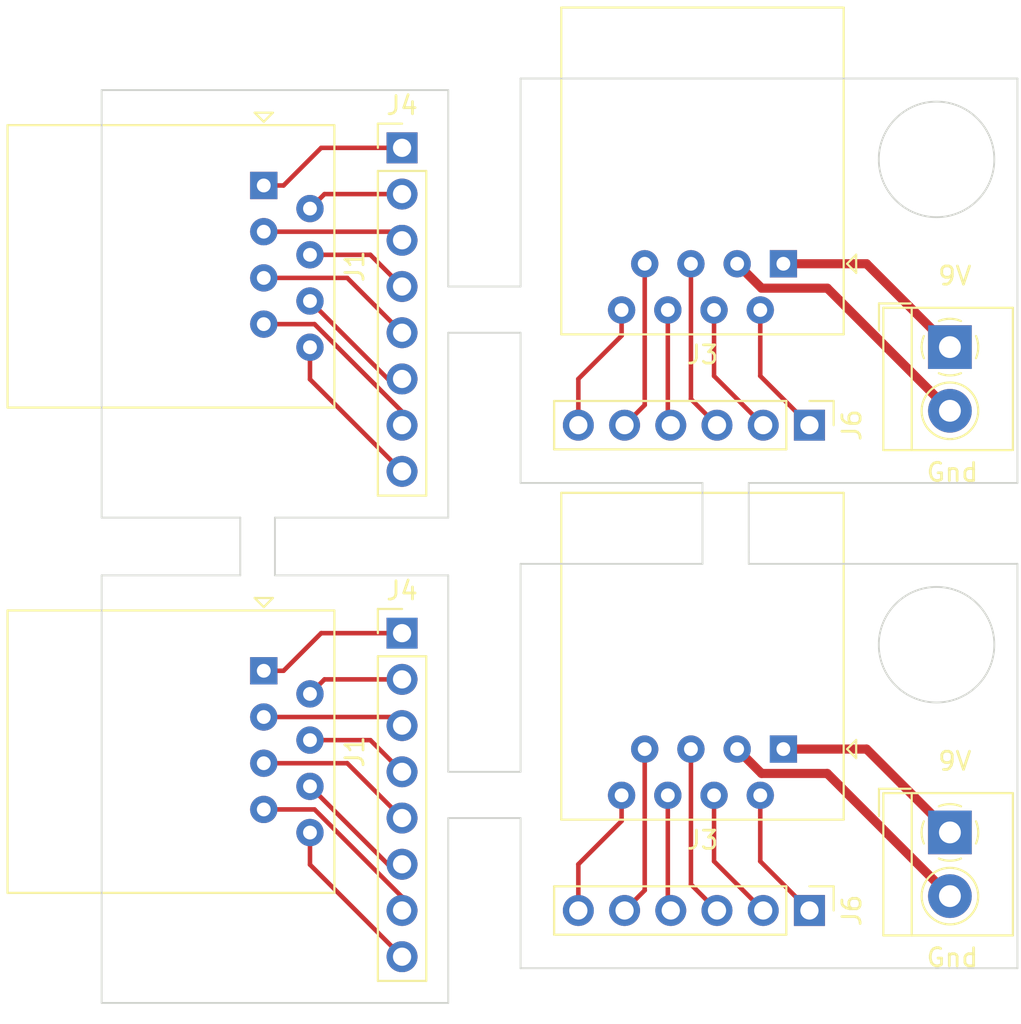
<source format=kicad_pcb>
(kicad_pcb (version 20221018) (generator pcbnew)
  (layers (0 "F.Cu" signal) (31 "B.Cu" signal) (34 "B.Paste" user) (35 "F.Paste" user) (36 "B.SilkS" user "B.Silkscreen") (37 "F.SilkS" user "F.Silkscreen") (38 "B.Mask" user) (39 "F.Mask" user) (44 "Edge.Cuts" user))
  (net 0 "")
  (net 1 "Net-(J4-Pin_1)")
  (net 2 "Net-(J4-Pin_2)")
  (net 3 "Net-(J4-Pin_3)")
  (net 4 "Net-(J4-Pin_4)")
  (net 5 "Net-(J4-Pin_5)")
  (net 6 "Net-(J4-Pin_6)")
  (net 7 "Net-(J4-Pin_7)")
  (net 8 "Net-(J4-Pin_8)")
  (net 9 "Net-(J7-Pin_1)")
  (net 10 "Net-(J6-Pin_1)")
  (net 11 "Net-(J7-Pin_2)")
  (net 12 "Net-(J6-Pin_2)")
  (net 13 "Net-(J6-Pin_3)")
  (net 14 "Net-(J6-Pin_4)")
  (net 15 "Net-(J6-Pin_5)")
  (net 16 "Net-(J6-Pin_6)")
  (footprint "TerminalBlock_4Ucon:TerminalBlock_4Ucon_1x02_P3.50mm_Horizontal" (layer "F.Cu") (at 203.4625 89.69 -90)
    (fp_text reference "J7" hide)
    (fp_text value "Screw_Terminal_01x02")
    (fp_line (start -2.4 2.16) (end -2.4 3.9) (stroke (width 0.12)) (layer "F.SilkS"))
    (fp_line (start -2.4 3.9) (end -0.9 3.9) (stroke (width 0.12)) (layer "F.SilkS"))
    (fp_line (start -2.16 -3.46) (end -2.16 3.66) (stroke (width 0.12)) (layer "F.SilkS"))
    (fp_line (start -2.16 -3.46) (end 5.66 -3.46) (stroke (width 0.12)) (layer "F.SilkS"))
    (fp_line (start -2.16 2.1) (end 5.66 2.1) (stroke (width 0.12)) (layer "F.SilkS"))
    (fp_line (start -2.16 3.66) (end 5.66 3.66) (stroke (width 0.12)) (layer "F.SilkS"))
    (fp_line (start 5.66 -3.46) (end 5.66 3.66) (stroke (width 0.12)) (layer "F.SilkS"))
    (fp_arc (start -1.432109 0.607742) (mid -1.555727 -0.00014) (end -1.432 -0.608) (stroke (width 0.12)) (layer "F.SilkS"))
    (fp_arc (start -0.607742 -1.432109) (mid 0.00014 -1.555727) (end 0.608 -1.432) (stroke (width 0.12)) (layer "F.SilkS"))
    (fp_arc (start 0.027011 1.555493) (mid -0.296984 1.527118) (end -0.608 1.432) (stroke (width 0.12)) (layer "F.SilkS"))
    (fp_arc (start 0.607587 1.431385) (mid 0.310017 1.523783) (end 0 1.555) (stroke (width 0.12)) (layer "F.SilkS"))
    (fp_arc (start 1.432109 -0.607742) (mid 1.555727 0.00014) (end 1.432 0.608) (stroke (width 0.12)) (layer "F.SilkS"))
    (fp_circle (center 3.5 0) (end 5.055 0) (stroke (width 0.12)) (fill none) (layer "F.SilkS"))
    (pad "1" thru_hole rect (at 0 0 270) (size 2.4 2.4) (drill 1.2) (layers "*.Cu" "*.Mask") (net 9 "Net-(J7-Pin_1)"))
    (pad "2" thru_hole circle (at 3.5 0 270) (size 2.4 2.4) (drill 1.2) (layers "*.Cu" "*.Mask") (net 11 "Net-(J7-Pin_2)"))
  )
  (footprint "Connector_PinHeader_2.54mm:PinHeader_1x08_P2.54mm_Vertical" (layer "F.Cu") (at 173.355 52.07)
    (fp_text reference "J4" (at 0 -2.33) (layer "F.SilkS"))
    (fp_text value "Conn_01x08_Pin" hide)
    (fp_line (start -1.33 -1.33) (end 0 -1.33) (stroke (width 0.12)) (layer "F.SilkS"))
    (fp_line (start -1.33 0) (end -1.33 -1.33) (stroke (width 0.12)) (layer "F.SilkS"))
    (fp_line (start -1.33 1.27) (end -1.33 19.11) (stroke (width 0.12)) (layer "F.SilkS"))
    (fp_line (start -1.33 1.27) (end 1.33 1.27) (stroke (width 0.12)) (layer "F.SilkS"))
    (fp_line (start -1.33 19.11) (end 1.33 19.11) (stroke (width 0.12)) (layer "F.SilkS"))
    (fp_line (start 1.33 1.27) (end 1.33 19.11) (stroke (width 0.12)) (layer "F.SilkS"))
    (pad "1" thru_hole rect (at 0 0) (size 1.7 1.7) (drill 1) (layers "*.Cu" "*.Mask") (net 1 "Net-(J4-Pin_1)"))
    (pad "2" thru_hole oval (at 0 2.54) (size 1.7 1.7) (drill 1) (layers "*.Cu" "*.Mask") (net 2 "Net-(J4-Pin_2)"))
    (pad "3" thru_hole oval (at 0 5.08) (size 1.7 1.7) (drill 1) (layers "*.Cu" "*.Mask") (net 3 "Net-(J4-Pin_3)"))
    (pad "4" thru_hole oval (at 0 7.62) (size 1.7 1.7) (drill 1) (layers "*.Cu" "*.Mask") (net 4 "Net-(J4-Pin_4)"))
    (pad "5" thru_hole oval (at 0 10.16) (size 1.7 1.7) (drill 1) (layers "*.Cu" "*.Mask") (net 5 "Net-(J4-Pin_5)"))
    (pad "6" thru_hole oval (at 0 12.7) (size 1.7 1.7) (drill 1) (layers "*.Cu" "*.Mask") (net 6 "Net-(J4-Pin_6)"))
    (pad "7" thru_hole oval (at 0 15.24) (size 1.7 1.7) (drill 1) (layers "*.Cu" "*.Mask") (net 7 "Net-(J4-Pin_7)"))
    (pad "8" thru_hole oval (at 0 17.78) (size 1.7 1.7) (drill 1) (layers "*.Cu" "*.Mask") (net 8 "Net-(J4-Pin_8)"))
  )
  (footprint "Connector_PinHeader_2.54mm:PinHeader_1x06_P2.54mm_Vertical" (layer "F.Cu") (at 195.7425 93.98 -90)
    (fp_text reference "J6" (at 0 -2.33 90) (layer "F.SilkS"))
    (fp_text value "Conn_01x06_Pin")
    (fp_line (start -1.33 -1.33) (end 0 -1.33) (stroke (width 0.12)) (layer "F.SilkS"))
    (fp_line (start -1.33 0) (end -1.33 -1.33) (stroke (width 0.12)) (layer "F.SilkS"))
    (fp_line (start -1.33 1.27) (end -1.33 14.03) (stroke (width 0.12)) (layer "F.SilkS"))
    (fp_line (start -1.33 1.27) (end 1.33 1.27) (stroke (width 0.12)) (layer "F.SilkS"))
    (fp_line (start -1.33 14.03) (end 1.33 14.03) (stroke (width 0.12)) (layer "F.SilkS"))
    (fp_line (start 1.33 1.27) (end 1.33 14.03) (stroke (width 0.12)) (layer "F.SilkS"))
    (pad "1" thru_hole rect (at 0 0 270) (size 1.7 1.7) (drill 1) (layers "*.Cu" "*.Mask") (net 10 "Net-(J6-Pin_1)"))
    (pad "2" thru_hole oval (at 0 2.54 270) (size 1.7 1.7) (drill 1) (layers "*.Cu" "*.Mask") (net 12 "Net-(J6-Pin_2)"))
    (pad "3" thru_hole oval (at 0 5.08 270) (size 1.7 1.7) (drill 1) (layers "*.Cu" "*.Mask") (net 13 "Net-(J6-Pin_3)"))
    (pad "4" thru_hole oval (at 0 7.62 270) (size 1.7 1.7) (drill 1) (layers "*.Cu" "*.Mask") (net 14 "Net-(J6-Pin_4)"))
    (pad "5" thru_hole oval (at 0 10.16 270) (size 1.7 1.7) (drill 1) (layers "*.Cu" "*.Mask") (net 15 "Net-(J6-Pin_5)"))
    (pad "6" thru_hole oval (at 0 12.7 270) (size 1.7 1.7) (drill 1) (layers "*.Cu" "*.Mask") (net 16 "Net-(J6-Pin_6)"))
  )
  (footprint "Connector_RJ:RJ45_Amphenol_54602-x08_Horizontal" (layer "F.Cu") (at 194.31 58.44 180)
    (fp_text reference "J3" (at 4.445 -5) (layer "F.SilkS"))
    (fp_text value "8P8C")
    (fp_line (start -4 -0.5) (end -4 0.5) (stroke (width 0.12)) (layer "F.SilkS"))
    (fp_line (start -4 0.5) (end -3.5 0) (stroke (width 0.12)) (layer "F.SilkS"))
    (fp_line (start -3.5 0) (end -4 -0.5) (stroke (width 0.12)) (layer "F.SilkS"))
    (fp_line (start -3.315 -3.88) (end -3.315 14.08) (stroke (width 0.12)) (layer "F.SilkS"))
    (fp_line (start -3.315 14.08) (end 12.205 14.08) (stroke (width 0.12)) (layer "F.SilkS"))
    (fp_line (start 12.205 -3.88) (end -3.315 -3.88) (stroke (width 0.12)) (layer "F.SilkS"))
    (fp_line (start 12.205 -3.88) (end 12.205 14.08) (stroke (width 0.12)) (layer "F.SilkS"))
    (pad "" np_thru_hole circle (at -1.27 6.35 180) (size 3.2 3.2) (drill 3.2) (layers "*.Cu" "*.Mask"))
    (pad "" np_thru_hole circle (at 10.16 6.35 180) (size 3.2 3.2) (drill 3.2) (layers "*.Cu" "*.Mask"))
    (pad "1" thru_hole rect (at 0 0 180) (size 1.5 1.5) (drill 0.76) (layers "*.Cu" "*.Mask") (net 9 "Net-(J7-Pin_1)"))
    (pad "2" thru_hole circle (at 1.27 -2.54 180) (size 1.5 1.5) (drill 0.76) (layers "*.Cu" "*.Mask") (net 10 "Net-(J6-Pin_1)"))
    (pad "3" thru_hole circle (at 2.54 0 180) (size 1.5 1.5) (drill 0.76) (layers "*.Cu" "*.Mask") (net 11 "Net-(J7-Pin_2)"))
    (pad "4" thru_hole circle (at 3.81 -2.54 180) (size 1.5 1.5) (drill 0.76) (layers "*.Cu" "*.Mask") (net 12 "Net-(J6-Pin_2)"))
    (pad "5" thru_hole circle (at 5.08 0 180) (size 1.5 1.5) (drill 0.76) (layers "*.Cu" "*.Mask") (net 13 "Net-(J6-Pin_3)"))
    (pad "6" thru_hole circle (at 6.35 -2.54 180) (size 1.5 1.5) (drill 0.76) (layers "*.Cu" "*.Mask") (net 14 "Net-(J6-Pin_4)"))
    (pad "7" thru_hole circle (at 7.62 0 180) (size 1.5 1.5) (drill 0.76) (layers "*.Cu" "*.Mask") (net 15 "Net-(J6-Pin_5)"))
    (pad "8" thru_hole circle (at 8.89 -2.54 180) (size 1.5 1.5) (drill 0.76) (layers "*.Cu" "*.Mask") (net 16 "Net-(J6-Pin_6)"))
  )
  (footprint "Connector_RJ:RJ45_Amphenol_54602-x08_Horizontal" (layer "F.Cu") (at 165.755 80.8075 -90)
    (fp_text reference "J1" (at 4.445 -5 90) (layer "F.SilkS"))
    (fp_text value "8P8C")
    (fp_line (start -4 -0.5) (end -4 0.5) (stroke (width 0.12)) (layer "F.SilkS"))
    (fp_line (start -4 0.5) (end -3.5 0) (stroke (width 0.12)) (layer "F.SilkS"))
    (fp_line (start -3.5 0) (end -4 -0.5) (stroke (width 0.12)) (layer "F.SilkS"))
    (fp_line (start -3.315 -3.88) (end -3.315 14.08) (stroke (width 0.12)) (layer "F.SilkS"))
    (fp_line (start -3.315 14.08) (end 12.205 14.08) (stroke (width 0.12)) (layer "F.SilkS"))
    (fp_line (start 12.205 -3.88) (end -3.315 -3.88) (stroke (width 0.12)) (layer "F.SilkS"))
    (fp_line (start 12.205 -3.88) (end 12.205 14.08) (stroke (width 0.12)) (layer "F.SilkS"))
    (pad "" np_thru_hole circle (at -1.27 6.35 270) (size 3.2 3.2) (drill 3.2) (layers "F&B.Cu" "*.Mask"))
    (pad "" np_thru_hole circle (at 10.16 6.35 270) (size 3.2 3.2) (drill 3.2) (layers "F&B.Cu" "*.Mask"))
    (pad "1" thru_hole rect (at 0 0 270) (size 1.5 1.5) (drill 0.76) (layers "*.Cu" "*.Mask") (net 1 "Net-(J4-Pin_1)"))
    (pad "2" thru_hole circle (at 1.27 -2.54 270) (size 1.5 1.5) (drill 0.76) (layers "*.Cu" "*.Mask") (net 2 "Net-(J4-Pin_2)"))
    (pad "3" thru_hole circle (at 2.54 0 270) (size 1.5 1.5) (drill 0.76) (layers "*.Cu" "*.Mask") (net 3 "Net-(J4-Pin_3)"))
    (pad "4" thru_hole circle (at 3.81 -2.54 270) (size 1.5 1.5) (drill 0.76) (layers "*.Cu" "*.Mask") (net 4 "Net-(J4-Pin_4)"))
    (pad "5" thru_hole circle (at 5.08 0 270) (size 1.5 1.5) (drill 0.76) (layers "*.Cu" "*.Mask") (net 5 "Net-(J4-Pin_5)"))
    (pad "6" thru_hole circle (at 6.35 -2.54 270) (size 1.5 1.5) (drill 0.76) (layers "*.Cu" "*.Mask") (net 6 "Net-(J4-Pin_6)"))
    (pad "7" thru_hole circle (at 7.62 0 270) (size 1.5 1.5) (drill 0.76) (layers "*.Cu" "*.Mask") (net 7 "Net-(J4-Pin_7)"))
    (pad "8" thru_hole circle (at 8.89 -2.54 270) (size 1.5 1.5) (drill 0.76) (layers "*.Cu" "*.Mask") (net 8 "Net-(J4-Pin_8)"))
  )
  (footprint "Connector_PinHeader_2.54mm:PinHeader_1x06_P2.54mm_Vertical" (layer "F.Cu") (at 195.7425 67.31 -90)
    (fp_text reference "J6" (at 0 -2.33 90) (layer "F.SilkS"))
    (fp_text value "Conn_01x06_Pin")
    (fp_line (start -1.33 -1.33) (end 0 -1.33) (stroke (width 0.12)) (layer "F.SilkS"))
    (fp_line (start -1.33 0) (end -1.33 -1.33) (stroke (width 0.12)) (layer "F.SilkS"))
    (fp_line (start -1.33 1.27) (end -1.33 14.03) (stroke (width 0.12)) (layer "F.SilkS"))
    (fp_line (start -1.33 1.27) (end 1.33 1.27) (stroke (width 0.12)) (layer "F.SilkS"))
    (fp_line (start -1.33 14.03) (end 1.33 14.03) (stroke (width 0.12)) (layer "F.SilkS"))
    (fp_line (start 1.33 1.27) (end 1.33 14.03) (stroke (width 0.12)) (layer "F.SilkS"))
    (pad "1" thru_hole rect (at 0 0 270) (size 1.7 1.7) (drill 1) (layers "*.Cu" "*.Mask") (net 10 "Net-(J6-Pin_1)"))
    (pad "2" thru_hole oval (at 0 2.54 270) (size 1.7 1.7) (drill 1) (layers "*.Cu" "*.Mask") (net 12 "Net-(J6-Pin_2)"))
    (pad "3" thru_hole oval (at 0 5.08 270) (size 1.7 1.7) (drill 1) (layers "*.Cu" "*.Mask") (net 13 "Net-(J6-Pin_3)"))
    (pad "4" thru_hole oval (at 0 7.62 270) (size 1.7 1.7) (drill 1) (layers "*.Cu" "*.Mask") (net 14 "Net-(J6-Pin_4)"))
    (pad "5" thru_hole oval (at 0 10.16 270) (size 1.7 1.7) (drill 1) (layers "*.Cu" "*.Mask") (net 15 "Net-(J6-Pin_5)"))
    (pad "6" thru_hole oval (at 0 12.7 270) (size 1.7 1.7) (drill 1) (layers "*.Cu" "*.Mask") (net 16 "Net-(J6-Pin_6)"))
  )
  (footprint "Connector_RJ:RJ45_Amphenol_54602-x08_Horizontal" (layer "F.Cu") (at 165.755 54.1375 -90)
    (fp_text reference "J1" (at 4.445 -5 90) (layer "F.SilkS"))
    (fp_text value "8P8C")
    (fp_line (start -4 -0.5) (end -4 0.5) (stroke (width 0.12)) (layer "F.SilkS"))
    (fp_line (start -4 0.5) (end -3.5 0) (stroke (width 0.12)) (layer "F.SilkS"))
    (fp_line (start -3.5 0) (end -4 -0.5) (stroke (width 0.12)) (layer "F.SilkS"))
    (fp_line (start -3.315 -3.88) (end -3.315 14.08) (stroke (width 0.12)) (layer "F.SilkS"))
    (fp_line (start -3.315 14.08) (end 12.205 14.08) (stroke (width 0.12)) (layer "F.SilkS"))
    (fp_line (start 12.205 -3.88) (end -3.315 -3.88) (stroke (width 0.12)) (layer "F.SilkS"))
    (fp_line (start 12.205 -3.88) (end 12.205 14.08) (stroke (width 0.12)) (layer "F.SilkS"))
    (pad "" np_thru_hole circle (at -1.27 6.35 270) (size 3.2 3.2) (drill 3.2) (layers "*.Cu" "*.Mask"))
    (pad "" np_thru_hole circle (at 10.16 6.35 270) (size 3.2 3.2) (drill 3.2) (layers "*.Cu" "*.Mask"))
    (pad "1" thru_hole rect (at 0 0 270) (size 1.5 1.5) (drill 0.76) (layers "*.Cu" "*.Mask") (net 1 "Net-(J4-Pin_1)"))
    (pad "2" thru_hole circle (at 1.27 -2.54 270) (size 1.5 1.5) (drill 0.76) (layers "*.Cu" "*.Mask") (net 2 "Net-(J4-Pin_2)"))
    (pad "3" thru_hole circle (at 2.54 0 270) (size 1.5 1.5) (drill 0.76) (layers "*.Cu" "*.Mask") (net 3 "Net-(J4-Pin_3)"))
    (pad "4" thru_hole circle (at 3.81 -2.54 270) (size 1.5 1.5) (drill 0.76) (layers "*.Cu" "*.Mask") (net 4 "Net-(J4-Pin_4)"))
    (pad "5" thru_hole circle (at 5.08 0 270) (size 1.5 1.5) (drill 0.76) (layers "*.Cu" "*.Mask") (net 5 "Net-(J4-Pin_5)"))
    (pad "6" thru_hole circle (at 6.35 -2.54 270) (size 1.5 1.5) (drill 0.76) (layers "*.Cu" "*.Mask") (net 6 "Net-(J4-Pin_6)"))
    (pad "7" thru_hole circle (at 7.62 0 270) (size 1.5 1.5) (drill 0.76) (layers "*.Cu" "*.Mask") (net 7 "Net-(J4-Pin_7)"))
    (pad "8" thru_hole circle (at 8.89 -2.54 270) (size 1.5 1.5) (drill 0.76) (layers "*.Cu" "*.Mask") (net 8 "Net-(J4-Pin_8)"))
  )
  (footprint "TerminalBlock_4Ucon:TerminalBlock_4Ucon_1x02_P3.50mm_Horizontal" (layer "F.Cu") (at 203.4625 63.02 -90)
    (fp_text reference "J7" hide)
    (fp_text value "Screw_Terminal_01x02")
    (fp_line (start -2.4 2.16) (end -2.4 3.9) (stroke (width 0.12)) (layer "F.SilkS"))
    (fp_line (start -2.4 3.9) (end -0.9 3.9) (stroke (width 0.12)) (layer "F.SilkS"))
    (fp_line (start -2.16 -3.46) (end -2.16 3.66) (stroke (width 0.12)) (layer "F.SilkS"))
    (fp_line (start -2.16 -3.46) (end 5.66 -3.46) (stroke (width 0.12)) (layer "F.SilkS"))
    (fp_line (start -2.16 2.1) (end 5.66 2.1) (stroke (width 0.12)) (layer "F.SilkS"))
    (fp_line (start -2.16 3.66) (end 5.66 3.66) (stroke (width 0.12)) (layer "F.SilkS"))
    (fp_line (start 5.66 -3.46) (end 5.66 3.66) (stroke (width 0.12)) (layer "F.SilkS"))
    (fp_arc (start -1.432109 0.607742) (mid -1.555727 -0.00014) (end -1.432 -0.608) (stroke (width 0.12)) (layer "F.SilkS"))
    (fp_arc (start -0.607742 -1.432109) (mid 0.00014 -1.555727) (end 0.608 -1.432) (stroke (width 0.12)) (layer "F.SilkS"))
    (fp_arc (start 0.027011 1.555493) (mid -0.296984 1.527118) (end -0.608 1.432) (stroke (width 0.12)) (layer "F.SilkS"))
    (fp_arc (start 0.607587 1.431385) (mid 0.310017 1.523783) (end 0 1.555) (stroke (width 0.12)) (layer "F.SilkS"))
    (fp_arc (start 1.432109 -0.607742) (mid 1.555727 0.00014) (end 1.432 0.608) (stroke (width 0.12)) (layer "F.SilkS"))
    (fp_circle (center 3.5 0) (end 5.055 0) (stroke (width 0.12)) (fill none) (layer "F.SilkS"))
    (pad "1" thru_hole rect (at 0 0 270) (size 2.4 2.4) (drill 1.2) (layers "*.Cu" "*.Mask") (net 9 "Net-(J7-Pin_1)"))
    (pad "2" thru_hole circle (at 3.5 0 270) (size 2.4 2.4) (drill 1.2) (layers "*.Cu" "*.Mask") (net 11 "Net-(J7-Pin_2)"))
  )
  (footprint "Connector_RJ:RJ45_Amphenol_54602-x08_Horizontal" (layer "F.Cu") (at 194.31 85.11 180)
    (fp_text reference "J3" (at 4.445 -5) (layer "F.SilkS"))
    (fp_text value "8P8C")
    (fp_line (start -4 -0.5) (end -4 0.5) (stroke (width 0.12)) (layer "F.SilkS"))
    (fp_line (start -4 0.5) (end -3.5 0) (stroke (width 0.12)) (layer "F.SilkS"))
    (fp_line (start -3.5 0) (end -4 -0.5) (stroke (width 0.12)) (layer "F.SilkS"))
    (fp_line (start -3.315 -3.88) (end -3.315 14.08) (stroke (width 0.12)) (layer "F.SilkS"))
    (fp_line (start -3.315 14.08) (end 12.205 14.08) (stroke (width 0.12)) (layer "F.SilkS"))
    (fp_line (start 12.205 -3.88) (end -3.315 -3.88) (stroke (width 0.12)) (layer "F.SilkS"))
    (fp_line (start 12.205 -3.88) (end 12.205 14.08) (stroke (width 0.12)) (layer "F.SilkS"))
    (pad "" np_thru_hole circle (at -1.27 6.35 180) (size 3.2 3.2) (drill 3.2) (layers "F&B.Cu" "*.Mask"))
    (pad "" np_thru_hole circle (at 10.16 6.35 180) (size 3.2 3.2) (drill 3.2) (layers "F&B.Cu" "*.Mask"))
    (pad "1" thru_hole rect (at 0 0 180) (size 1.5 1.5) (drill 0.76) (layers "*.Cu" "*.Mask") (net 9 "Net-(J7-Pin_1)"))
    (pad "2" thru_hole circle (at 1.27 -2.54 180) (size 1.5 1.5) (drill 0.76) (layers "*.Cu" "*.Mask") (net 10 "Net-(J6-Pin_1)"))
    (pad "3" thru_hole circle (at 2.54 0 180) (size 1.5 1.5) (drill 0.76) (layers "*.Cu" "*.Mask") (net 11 "Net-(J7-Pin_2)"))
    (pad "4" thru_hole circle (at 3.81 -2.54 180) (size 1.5 1.5) (drill 0.76) (layers "*.Cu" "*.Mask") (net 12 "Net-(J6-Pin_2)"))
    (pad "5" thru_hole circle (at 5.08 0 180) (size 1.5 1.5) (drill 0.76) (layers "*.Cu" "*.Mask") (net 13 "Net-(J6-Pin_3)"))
    (pad "6" thru_hole circle (at 6.35 -2.54 180) (size 1.5 1.5) (drill 0.76) (layers "*.Cu" "*.Mask") (net 14 "Net-(J6-Pin_4)"))
    (pad "7" thru_hole circle (at 7.62 0 180) (size 1.5 1.5) (drill 0.76) (layers "*.Cu" "*.Mask") (net 15 "Net-(J6-Pin_5)"))
    (pad "8" thru_hole circle (at 8.89 -2.54 180) (size 1.5 1.5) (drill 0.76) (layers "*.Cu" "*.Mask") (net 16 "Net-(J6-Pin_6)"))
  )
  (footprint "Connector_PinHeader_2.54mm:PinHeader_1x08_P2.54mm_Vertical" (layer "F.Cu") (at 173.355 78.74)
    (fp_text reference "J4" (at 0 -2.33) (layer "F.SilkS"))
    (fp_text value "Conn_01x08_Pin" hide)
    (fp_line (start -1.33 -1.33) (end 0 -1.33) (stroke (width 0.12)) (layer "F.SilkS"))
    (fp_line (start -1.33 0) (end -1.33 -1.33) (stroke (width 0.12)) (layer "F.SilkS"))
    (fp_line (start -1.33 1.27) (end -1.33 19.11) (stroke (width 0.12)) (layer "F.SilkS"))
    (fp_line (start -1.33 1.27) (end 1.33 1.27) (stroke (width 0.12)) (layer "F.SilkS"))
    (fp_line (start -1.33 19.11) (end 1.33 19.11) (stroke (width 0.12)) (layer "F.SilkS"))
    (fp_line (start 1.33 1.27) (end 1.33 19.11) (stroke (width 0.12)) (layer "F.SilkS"))
    (pad "1" thru_hole rect (at 0 0) (size 1.7 1.7) (drill 1) (layers "*.Cu" "*.Mask") (net 1 "Net-(J4-Pin_1)"))
    (pad "2" thru_hole oval (at 0 2.54) (size 1.7 1.7) (drill 1) (layers "*.Cu" "*.Mask") (net 2 "Net-(J4-Pin_2)"))
    (pad "3" thru_hole oval (at 0 5.08) (size 1.7 1.7) (drill 1) (layers "*.Cu" "*.Mask") (net 3 "Net-(J4-Pin_3)"))
    (pad "4" thru_hole oval (at 0 7.62) (size 1.7 1.7) (drill 1) (layers "*.Cu" "*.Mask") (net 4 "Net-(J4-Pin_4)"))
    (pad "5" thru_hole oval (at 0 10.16) (size 1.7 1.7) (drill 1) (layers "*.Cu" "*.Mask") (net 5 "Net-(J4-Pin_5)"))
    (pad "6" thru_hole oval (at 0 12.7) (size 1.7 1.7) (drill 1) (layers "*.Cu" "*.Mask") (net 6 "Net-(J4-Pin_6)"))
    (pad "7" thru_hole oval (at 0 15.24) (size 1.7 1.7) (drill 1) (layers "*.Cu" "*.Mask") (net 7 "Net-(J4-Pin_7)"))
    (pad "8" thru_hole oval (at 0 17.78) (size 1.7 1.7) (drill 1) (layers "*.Cu" "*.Mask") (net 8 "Net-(J4-Pin_8)"))
  )
  (gr_line (start 179.8675 97.155) (end 207.1725 97.155) (stroke (width 0.1)) (layer "Edge.Cuts"))
  (gr_line (start 175.895 99.06) (end 175.895 88.9) (stroke (width 0.1)) (layer "Edge.Cuts"))
  (gr_line (start 164.465 72.39) (end 164.465 75.565) (stroke (width 0.1)) (layer "Edge.Cuts"))
  (gr_line (start 166.37 75.565) (end 175.895 75.565) (stroke (width 0.1)) (layer "Edge.Cuts"))
  (gr_line (start 166.37 72.39) (end 166.37 75.565) (stroke (width 0.1)) (layer "Edge.Cuts"))
  (gr_line (start 207.1725 48.26) (end 179.8675 48.26) (stroke (width 0.1)) (layer "Edge.Cuts"))
  (gr_line (start 179.8675 74.93) (end 189.865 74.93) (stroke (width 0.1)) (layer "Edge.Cuts"))
  (gr_line (start 156.845 72.39) (end 164.465 72.39) (stroke (width 0.1)) (layer "Edge.Cuts"))
  (gr_line (start 189.865 74.93) (end 189.865 70.485) (stroke (width 0.1)) (layer "Edge.Cuts"))
  (gr_line (start 175.895 88.9) (end 179.8675 88.9) (stroke (width 0.1)) (layer "Edge.Cuts"))
  (gr_line (start 175.895 86.36) (end 179.8675 86.36) (stroke (width 0.1)) (layer "Edge.Cuts"))
  (gr_circle (center 202.7275 52.705) (end 200.8225 50.165) (stroke (width 0.1)) (fill none) (layer "Edge.Cuts"))
  (gr_line (start 175.895 59.69) (end 175.895 48.895) (stroke (width 0.1)) (layer "Edge.Cuts"))
  (gr_line (start 192.405 74.295) (end 192.405 74.93) (stroke (width 0.1)) (layer "Edge.Cuts"))
  (gr_line (start 175.895 62.23) (end 179.8675 62.23) (stroke (width 0.1)) (layer "Edge.Cuts"))
  (gr_line (start 179.8675 62.23) (end 179.8675 70.485) (stroke (width 0.1)) (layer "Edge.Cuts"))
  (gr_line (start 175.895 48.895) (end 156.845 48.895) (stroke (width 0.1)) (layer "Edge.Cuts"))
  (gr_line (start 175.895 72.39) (end 175.895 62.23) (stroke (width 0.1)) (layer "Edge.Cuts"))
  (gr_line (start 156.845 75.565) (end 156.845 99.06) (stroke (width 0.1)) (layer "Edge.Cuts"))
  (gr_line (start 189.865 70.485) (end 179.8675 70.485) (stroke (width 0.1)) (layer "Edge.Cuts"))
  (gr_line (start 192.405 74.93) (end 207.1725 74.93) (stroke (width 0.1)) (layer "Edge.Cuts"))
  (gr_line (start 179.8675 88.9) (end 179.8675 97.155) (stroke (width 0.1)) (layer "Edge.Cuts"))
  (gr_line (start 156.845 48.895) (end 156.845 72.39) (stroke (width 0.1)) (layer "Edge.Cuts"))
  (gr_line (start 179.8675 48.26) (end 179.8675 59.69) (stroke (width 0.1)) (layer "Edge.Cuts"))
  (gr_circle (center 202.7275 79.375) (end 200.8225 76.835) (stroke (width 0.1)) (fill none) (layer "Edge.Cuts"))
  (gr_line (start 175.895 72.39) (end 166.37 72.39) (stroke (width 0.1)) (layer "Edge.Cuts"))
  (gr_line (start 192.405 70.485) (end 192.405 74.295) (stroke (width 0.1)) (layer "Edge.Cuts"))
  (gr_line (start 175.895 86.36) (end 175.895 75.565) (stroke (width 0.1)) (layer "Edge.Cuts"))
  (gr_line (start 207.1725 70.485) (end 192.405 70.485) (stroke (width 0.1)) (layer "Edge.Cuts"))
  (gr_line (start 179.8675 74.93) (end 179.8675 86.36) (stroke (width 0.1)) (layer "Edge.Cuts"))
  (gr_line (start 175.895 59.69) (end 179.8675 59.69) (stroke (width 0.1)) (layer "Edge.Cuts"))
  (gr_line (start 207.1725 70.485) (end 207.1725 48.26) (stroke (width 0.1)) (layer "Edge.Cuts"))
  (gr_line (start 207.1725 97.155) (end 207.1725 74.93) (stroke (width 0.1)) (layer "Edge.Cuts"))
  (gr_line (start 164.465 75.565) (end 156.845 75.565) (stroke (width 0.1)) (layer "Edge.Cuts"))
  (gr_line (start 156.845 99.06) (end 175.895 99.06) (stroke (width 0.1)) (layer "Edge.Cuts"))
  (gr_text "9V\n" (at 202.7275 59.69) (layer "F.SilkS") (effects (font (size 1 1)) (justify left bottom)))
  (gr_text "9V\n" (at 202.7275 86.36) (layer "F.SilkS") (effects (font (size 1 1)) (justify left bottom)))
  (gr_text "Gnd\n" (at 202.0925 97.155) (layer "F.SilkS") (effects (font (size 1 1)) (justify left bottom)))
  (gr_text "Gnd\n" (at 202.0925 70.485) (layer "F.SilkS") (effects (font (size 1 1)) (justify left bottom)))
  (segment (start 166.8425 80.8075) (end 168.91 78.74) (width 0.25) (layer "F.Cu") (net 1))
  (segment (start 166.8425 54.1375) (end 168.91 52.07) (width 0.25) (layer "F.Cu") (net 1))
  (segment (start 165.755 54.1375) (end 166.8425 54.1375) (width 0.25) (layer "F.Cu") (net 1))
  (segment (start 168.91 78.74) (end 173.355 78.74) (width 0.25) (layer "F.Cu") (net 1))
  (segment (start 165.755 80.8075) (end 166.8425 80.8075) (width 0.25) (layer "F.Cu") (net 1))
  (segment (start 168.91 52.07) (end 173.355 52.07) (width 0.25) (layer "F.Cu") (net 1))
  (segment (start 169.0925 81.28) (end 173.355 81.28) (width 0.25) (layer "F.Cu") (net 2))
  (segment (start 168.295 55.4075) (end 169.0925 54.61) (width 0.25) (layer "F.Cu") (net 2))
  (segment (start 168.295 82.0775) (end 169.0925 81.28) (width 0.25) (layer "F.Cu") (net 2))
  (segment (start 169.0925 54.61) (end 173.355 54.61) (width 0.25) (layer "F.Cu") (net 2))
  (segment (start 172.8825 56.6775) (end 173.355 57.15) (width 0.25) (layer "F.Cu") (net 3))
  (segment (start 165.755 83.3475) (end 172.8825 83.3475) (width 0.25) (layer "F.Cu") (net 3))
  (segment (start 165.755 56.6775) (end 172.8825 56.6775) (width 0.25) (layer "F.Cu") (net 3))
  (segment (start 172.8825 83.3475) (end 173.355 83.82) (width 0.25) (layer "F.Cu") (net 3))
  (segment (start 171.6125 57.9475) (end 173.355 59.69) (width 0.25) (layer "F.Cu") (net 4))
  (segment (start 171.6125 84.6175) (end 173.355 86.36) (width 0.25) (layer "F.Cu") (net 4))
  (segment (start 168.295 84.6175) (end 171.6125 84.6175) (width 0.25) (layer "F.Cu") (net 4))
  (segment (start 168.295 57.9475) (end 171.6125 57.9475) (width 0.25) (layer "F.Cu") (net 4))
  (segment (start 170.3425 85.8875) (end 173.355 88.9) (width 0.25) (layer "F.Cu") (net 5))
  (segment (start 165.755 85.8875) (end 170.3425 85.8875) (width 0.25) (layer "F.Cu") (net 5))
  (segment (start 165.755 59.2175) (end 170.3425 59.2175) (width 0.25) (layer "F.Cu") (net 5))
  (segment (start 170.3425 59.2175) (end 173.355 62.23) (width 0.25) (layer "F.Cu") (net 5))
  (segment (start 168.295 87.1575) (end 172.5775 91.44) (width 0.25) (layer "F.Cu") (net 6))
  (segment (start 172.5775 91.44) (end 173.355 91.44) (width 0.25) (layer "F.Cu") (net 6))
  (segment (start 168.295 60.4875) (end 172.5775 64.77) (width 0.25) (layer "F.Cu") (net 6))
  (segment (start 172.5775 64.77) (end 173.355 64.77) (width 0.25) (layer "F.Cu") (net 6))
  (segment (start 173.355 66.56722) (end 173.355 67.31) (width 0.25) (layer "F.Cu") (net 7))
  (segment (start 173.355 93.23722) (end 173.355 93.98) (width 0.25) (layer "F.Cu") (net 7))
  (segment (start 165.755 61.7575) (end 168.54528 61.7575) (width 0.25) (layer "F.Cu") (net 7))
  (segment (start 168.54528 61.7575) (end 173.355 66.56722) (width 0.25) (layer "F.Cu") (net 7))
  (segment (start 165.755 88.4275) (end 168.54528 88.4275) (width 0.25) (layer "F.Cu") (net 7))
  (segment (start 168.54528 88.4275) (end 173.355 93.23722) (width 0.25) (layer "F.Cu") (net 7))
  (segment (start 168.295 63.0275) (end 168.295 64.79) (width 0.25) (layer "F.Cu") (net 8))
  (segment (start 168.295 64.79) (end 173.355 69.85) (width 0.25) (layer "F.Cu") (net 8))
  (segment (start 168.295 89.6975) (end 168.295 91.46) (width 0.25) (layer "F.Cu") (net 8))
  (segment (start 168.295 91.46) (end 173.355 96.52) (width 0.25) (layer "F.Cu") (net 8))
  (segment (start 194.31 85.11) (end 198.8825 85.11) (width 0.5) (layer "F.Cu") (net 9))
  (segment (start 198.8825 58.44) (end 203.4625 63.02) (width 0.5) (layer "F.Cu") (net 9))
  (segment (start 194.31 58.44) (end 198.8825 58.44) (width 0.5) (layer "F.Cu") (net 9))
  (segment (start 198.8825 85.11) (end 203.4625 89.69) (width 0.5) (layer "F.Cu") (net 9))
  (segment (start 193.04 60.98) (end 193.04 64.6075) (width 0.25) (layer "F.Cu") (net 10))
  (segment (start 193.04 87.65) (end 193.04 91.2775) (width 0.25) (layer "F.Cu") (net 10))
  (segment (start 193.04 91.2775) (end 195.7425 93.98) (width 0.25) (layer "F.Cu") (net 10))
  (segment (start 193.04 64.6075) (end 195.7425 67.31) (width 0.25) (layer "F.Cu") (net 10))
  (segment (start 191.77 58.44) (end 193.11 59.78) (width 0.5) (layer "F.Cu") (net 11))
  (segment (start 196.7225 86.45) (end 203.4625 93.19) (width 0.5) (layer "F.Cu") (net 11))
  (segment (start 196.7225 59.78) (end 203.4625 66.52) (width 0.5) (layer "F.Cu") (net 11))
  (segment (start 193.11 86.45) (end 196.7225 86.45) (width 0.5) (layer "F.Cu") (net 11))
  (segment (start 191.77 85.11) (end 193.11 86.45) (width 0.5) (layer "F.Cu") (net 11))
  (segment (start 193.11 59.78) (end 196.7225 59.78) (width 0.5) (layer "F.Cu") (net 11))
  (segment (start 190.5 64.6075) (end 193.2025 67.31) (width 0.25) (layer "F.Cu") (net 12))
  (segment (start 190.5 91.2775) (end 193.2025 93.98) (width 0.25) (layer "F.Cu") (net 12))
  (segment (start 190.5 60.98) (end 190.5 64.6075) (width 0.25) (layer "F.Cu") (net 12))
  (segment (start 190.5 87.65) (end 190.5 91.2775) (width 0.25) (layer "F.Cu") (net 12))
  (segment (start 189.23 92.5475) (end 190.6625 93.98) (width 0.25) (layer "F.Cu") (net 13))
  (segment (start 189.23 58.44) (end 189.23 65.8775) (width 0.25) (layer "F.Cu") (net 13))
  (segment (start 189.23 65.8775) (end 190.6625 67.31) (width 0.25) (layer "F.Cu") (net 13))
  (segment (start 189.23 85.11) (end 189.23 92.5475) (width 0.25) (layer "F.Cu") (net 13))
  (segment (start 187.96 60.98) (end 187.96 67.1475) (width 0.25) (layer "F.Cu") (net 14))
  (segment (start 187.96 93.8175) (end 188.1225 93.98) (width 0.25) (layer "F.Cu") (net 14))
  (segment (start 187.96 87.65) (end 187.96 93.8175) (width 0.25) (layer "F.Cu") (net 14))
  (segment (start 187.96 67.1475) (end 188.1225 67.31) (width 0.25) (layer "F.Cu") (net 14))
  (segment (start 186.69 66.2025) (end 185.5825 67.31) (width 0.25) (layer "F.Cu") (net 15))
  (segment (start 186.69 92.8725) (end 185.5825 93.98) (width 0.25) (layer "F.Cu") (net 15))
  (segment (start 186.69 85.11) (end 186.69 92.8725) (width 0.25) (layer "F.Cu") (net 15))
  (segment (start 186.69 58.44) (end 186.69 66.2025) (width 0.25) (layer "F.Cu") (net 15))
  (segment (start 185.42 62.3925) (end 183.0425 64.77) (width 0.25) (layer "F.Cu") (net 16))
  (segment (start 185.42 87.65) (end 185.42 89.0625) (width 0.25) (layer "F.Cu") (net 16))
  (segment (start 183.0425 64.77) (end 183.0425 67.31) (width 0.25) (layer "F.Cu") (net 16))
  (segment (start 183.0425 91.44) (end 183.0425 93.98) (width 0.25) (layer "F.Cu") (net 16))
  (segment (start 185.42 89.0625) (end 183.0425 91.44) (width 0.25) (layer "F.Cu") (net 16))
  (segment (start 185.42 60.98) (end 185.42 62.3925) (width 0.25) (layer "F.Cu") (net 16))
)
</source>
